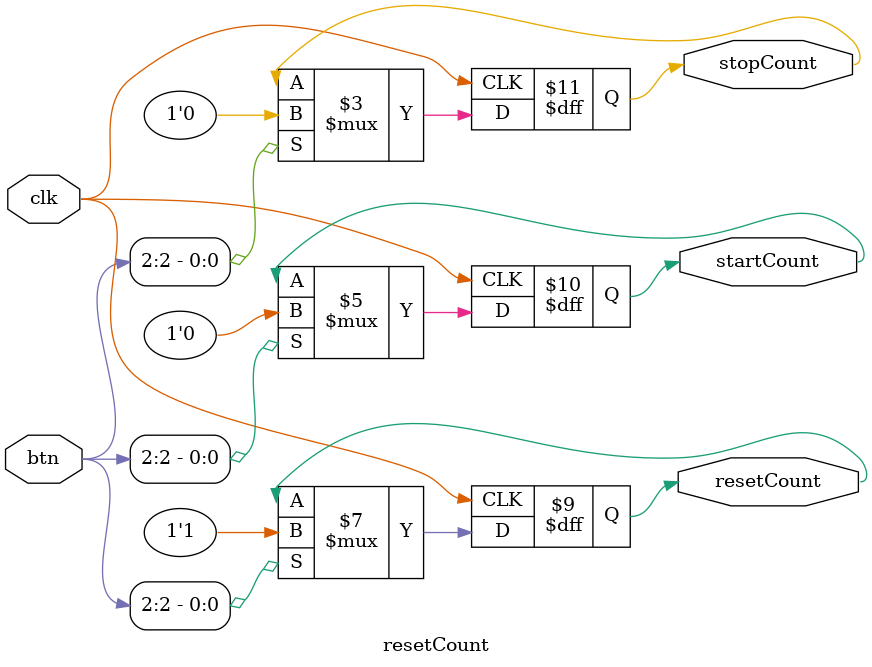
<source format=v>
`timescale 1ns / 1ps


module resetCount(input clk,input [3:0]btn,output reg startCount,output reg stopCount,output reg resetCount);

        always @(posedge clk) begin 
            if(btn[2]==1'b1) begin 
                resetCount <=1'b1;
                startCount<=1'b0;
                stopCount<=1'b0;
            end 
        
        end 
endmodule

</source>
